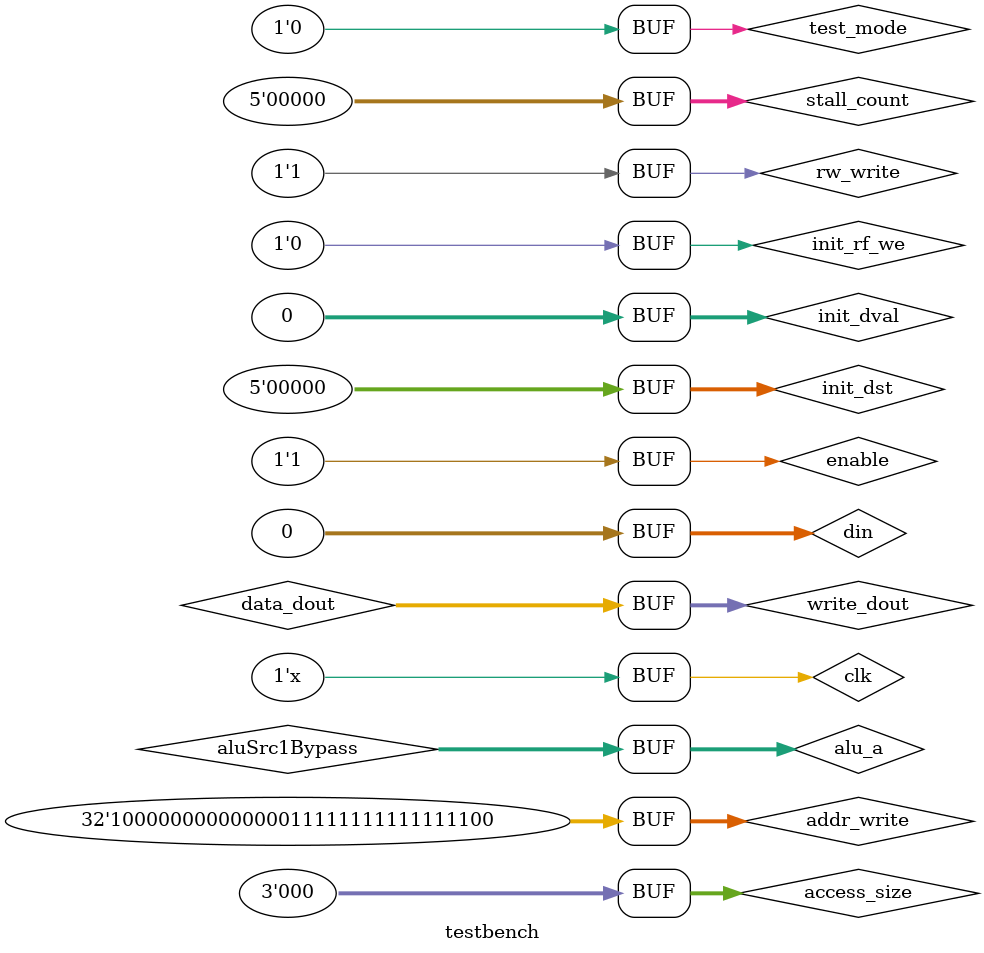
<source format=v>
module testbench ();
	parameter ROM_FILE = "DivDivDiv.x";

	reg   [31:0]	addr_write;
	reg   [31:0]	din;
	reg		        enable;
	reg		        rw_write;
	reg   [2:0]	    access_size;
	wire 		    stall;
	
	reg		        test_mode;
	
	// General
	reg 		    clk;
	reg   [4:0]		stall_count = 0;
	reg   [4:0]     init_dst;
	reg   [31:0]	init_dval;
	reg 			init_rf_we;
	
	
	// Bypass
	wire [31:0]     aluSrc1Bypass;
	wire [31:0]     aluSrc2Bypass;
	wire [31:0]		dmemDataBypass;
	
	// Memory
	wire  [31:0]    addr;
	wire  [31:0]	mem_dout;
	wire 		    mem_busy;
	wire  [2:0]	    mem_access_size;
	wire		    rw;
	wire		    mem_enable;

	// Fetch
	wire  [31:0]    fetch_pc;
	wire		    fetch_rw;
	wire  [2:0]	    fetch_access_size;
	wire 		    fetch_enable;
	wire            fetch_j;
	
	// Decode
	wire  [5:0]     decode_instbits;
	wire  [5:0]     decode_src1;
	wire  [5:0]     decode_src2;
	wire  [4:0]     decode_dst;
	wire  [15:0] 	decode_imm;
	wire  [4:0]  	decode_funct;
	wire  [25:0] 	decode_addr;
	wire 		    decode_b_ctrl;
	wire  [2:0]	    decode_dmem_func;
	wire  [2:0]     decode_wb_func;
	wire  [1:0]     decode_j;
	reg   [31:0]    decode_pc;
    reg   [31:0]    decode_isn;
	
	// Reg file
	wire 		    rf_we;
	wire  [31:0]	rf_dval;
	wire  [4:0]	    rf_d;
	wire  [31:0]	rf_s1val;
	wire  [31:0]	rf_s2val;

	// ALU
	reg   [31:0]	alu_pc;
	reg   [31:0]	alu_s1val;
	reg   [31:0]	alu_s2val;
	reg   [4:0]	    alu_funct;
	reg   [15:0]	alu_imm;
	reg	  [25:0]    alu_addr;
	reg   [2:0]     alu_dmem_func;
	reg   [2:0]     alu_wb_func;
	reg   [4:0]     alu_dst;
	reg   [4:0]     alu_src1;
	reg   [4:0]     alu_src2;
	wire  [31:0]    alu_res;
    reg   [31:0]    alu_isn;
	reg   			alu_b_ctrl;
	reg   [1:0]     alu_j;
	wire  [31:0]    alu_a;
	wire  [31:0]    alu_b;
	wire  [31:0]    alu_br_tgt;
	wire  [31:0]    alu_sx;
	wire            alu_z;
	wire  [31:0]    alu_j_tgt;
	
	assign alu_a = aluSrc1Bypass;
	assign alu_br_tgt = (alu_pc + 4) + (alu_sx << 2);
	assign alu_sx = {{16{alu_imm[15]}}, {alu_imm[15:0]}};
	assign alu_j_tgt = (alu_j == 1) ? ((alu_pc & 32'hf000_0000) | (alu_addr << 2)): alu_s2val;
	
	// Mux the sign-extension and register file branches for the ALU B input
	assign alu_b = (alu_b_ctrl == 1 ? alu_sx : aluSrc2Bypass);
	
	// DATA
	wire  [31:0]    data_addr;
	wire  [31:0]	data_din;
	wire  [31:0]	data_dout;
	wire 		    data_busy;
	wire  [2:0]	    data_access_size;
	wire		    data_rw;
	wire		    data_enable;
	reg   [31:0]	data_pc;
	reg   [4:0]     data_dst;
	reg   [31:0]	data_res;
	reg   [31:0]	data_s2;
	reg   [4:0]     data_src2_reg;
	reg   [31:0]    data_isn;
	reg   [31:0]    data_br_tgt;
	reg   [2:0]     data_mem_func; // Bit 0 = enable / !disable, Bit 1 = w / !r, Bit 2 = byte / !word
	reg   [2:0]     data_wb_func;
	
	assign data_rw = data_mem_func[1] ? 1 : 0;
	assign data_access_size = data_wb_func[2] ? 'b101 : data_mem_func[2] ? 3'b100 : 3'b000;
	assign data_enable = data_mem_func[0] ? 1 : 0;
	assign data_din = dmemDataBypass; // Data value = Source 2 operand from ALU stage
	assign data_addr = data_res; // Data address == ALU result
	
	// Writeback
	
	reg   [4:0]     write_dst;
	wire  [31:0]    write_dval;
	reg   [31:0]    write_res;
	wire   [31:0]   write_dout;
	wire   			write_rf_we;
	reg   [2:0]	    write_func;
	
	assign write_dval = write_func[1] ? write_res : write_dout;
	assign write_rf_we = write_func[0];
	assign write_dout = data_dout;
	
	// Bypass
	// Bypass ALU input if the data memory stage has more recent data
	// Note we don't have to check what the data memory is doing at this point since we will stall if the data memory is doing something
	assign aluSrc1Bypass = (alu_src1 == data_dst && data_dst != 0 && data_mem_func[0] == 0) ? data_res : (alu_src1 == data_dst && data_dst != 0 && data_mem_func[0] == 1) ? data_dout : (alu_src1 == write_dst && write_dst != 0 ? write_dval : alu_s1val);
	assign aluSrc2Bypass = (alu_src2 == data_dst && data_dst != 0 && data_mem_func[0] == 0) ? data_res : (alu_src2 == data_dst && data_dst != 0 && data_mem_func[0] == 1) ? data_dout : (alu_src2 == write_dst && write_dst != 0 ? write_dval : alu_s2val);
	assign dmemDataBypass = (data_src2_reg == write_dst && write_dst != 0) ? write_dval : data_s2;
	
	mips_memory2  #(ROM_FILE)  test_memory(.clk(clk), 
											.addr(addr),
											.din(din), 
											.dout(mem_dout), 
											.access_size(mem_access_size), 
											.rw(rw), 
											.busy(mem_busy), 
											.enable(mem_enable));

	fetch			            fetch_unit(.clk(clk),
										   .busy(mem_busy),
										   .stall(stall),
										   .pc(fetch_pc),
										   .rw(fetch_rw),
										   .access_size(fetch_access_size),
										   .enable(fetch_enable),
										   .j_addr(alu_j_tgt),
										   .jump(fetch_j),
										   .br_addr(alu_br_tgt),
										   .branch(alu_z));

	decode			 			decode_unit(.clk(clk),
											.insn(decode_isn),
											.pc(decode_pc),
											.instbits(decode_instbits),
											.imm(decode_imm),
											.funct(decode_funct),
											.addr(decode_addr),
											.src1(decode_src1),
											.src2(decode_src2),
											.dst(decode_dst),
											.b_ctrl(decode_b_ctrl),
											.dmem_func(decode_dmem_func),
											.wb_func(decode_wb_func),
											.j(decode_j));
	
	register_file			   reg_file(.clk(clk),
										 .we(rf_we),
										 .dval(rf_dval),
										 .s1(decode_src1),
										 .s2(decode_src2),
										 .d(rf_d),
										 .s1val(rf_s1val),
										 .s2val(rf_s2val),
										 .pc(decode_pc));

	alu			 				mips_alu(.a_input(alu_a),
										 .b_input(alu_b),
										 .funct(alu_funct),
										 .res(alu_res),
										 .z(alu_z));
	            
	data_memory2  #(ROM_FILE)   data_memory(.clk(clk), 
											.addr(data_addr),
											.din(data_din), 
											.dout(data_dout), 
											.access_size(data_access_size), 
											.rw(data_rw), 
											.busy(data_busy), 
											.enable(data_enable));			
	assign addr = fetch_pc;
	assign mem_access_size = fetch_access_size;
	assign rw = fetch_rw;
	assign mem_enable = fetch_enable;
	assign rf_d = write_dst;
	assign rf_dval = write_dval;
	assign rf_we = write_rf_we;
	assign fetch_j = (alu_j != 0);
	
	// If insn in front of us is reading from data memory AND writing back to a register AND we're using that register AND next instruction isn't a store
	// OR
	// If waiting for a jump or a branch
	//             (          memory operation is load            ) AND (( FD Src1 == DX Dst   ) OR ((   FD Src2 == DX Dst  ) AND (FD Mem Op != STORE)                                                        
	assign stall = (((alu_dmem_func[0] == 1 && alu_dmem_func[1] == 0) && ((decode_src1 == alu_dst) || ((decode_src2 == alu_dst) && decode_dmem_func[1] != 1))) | (alu_j != 0) | alu_z == 1) ? 1 : 0;
	
	initial
	begin
		clk = 1'b0;
		enable = 1'b1;
		addr_write = 32'h8001_fffc;
		din =  32'b0000_0000;
		rw_write = 1'b1;
		access_size = 2'b00;
		test_mode = 0;
		init_dval = 0;
		init_dst = 0;
		init_rf_we = 0;
		alu_j = 0;
		write_func = 0;
		write_dst = 0;
		data_dst = 0;
		data_wb_func = 0;
		alu_dst = 0;
		alu_wb_func = 0;
		alu_src1 = 0;
		alu_src2 = 0;
		data_mem_func = 0;
		data_src2_reg = 0;
	end

	always @(posedge clk)
	begin		
		// Only dispatch one instruction every 5 cycles
		// M/W
		write_dst = data_dst;
		write_func = data_wb_func;
		write_res = data_res;
		
		// X/M
		data_res = alu_res;
		data_s2 = aluSrc2Bypass;
		data_isn = alu_isn;
		data_pc = alu_pc;
		data_br_tgt = alu_br_tgt;
		data_mem_func = alu_dmem_func;
		data_dst = alu_dst;
		data_wb_func = alu_wb_func;
		data_src2_reg = alu_src2;
		
		// D/X
		if(stall == 0)
		begin
			alu_pc = decode_pc;
			alu_s1val = rf_s1val;
			alu_s2val = rf_s2val;
			alu_b_ctrl = decode_b_ctrl;
			alu_funct = decode_funct;
			alu_isn = decode_isn;
			alu_imm = decode_imm;
			alu_addr = decode_addr;
			alu_dmem_func = decode_dmem_func;
			alu_dst = decode_dst;
			alu_wb_func = decode_wb_func;
			alu_j = decode_j;
			alu_src1 = decode_src1;
			alu_src2 = decode_src2;
		end
		else
		begin
			alu_pc = decode_pc;
			alu_s1val = 0;
			alu_s2val = 0;
			alu_b_ctrl = 0;
			alu_funct = 0;
			alu_isn = 0;
			alu_imm = 0;
			alu_addr = 0;
			alu_dmem_func = 0;
			alu_dst = 0;
			alu_wb_func = 0;
			alu_j = 0;
			alu_src1 = 0;
			alu_src2 = 0;
		end
		
		if(stall == 0)
		begin
			// F/D
			decode_pc = addr;
			decode_isn = mem_dout;
		end
		
	end

	always @(negedge clk)
	begin
		if(alu_z == 1)
		begin
			$display("Branch target is %h", alu_br_tgt);
		end
		if(alu_j != 0)
		begin
			$display("Jump target is %h", alu_j_tgt);
		end
	end

	always
		#5 clk = !clk;

endmodule


</source>
